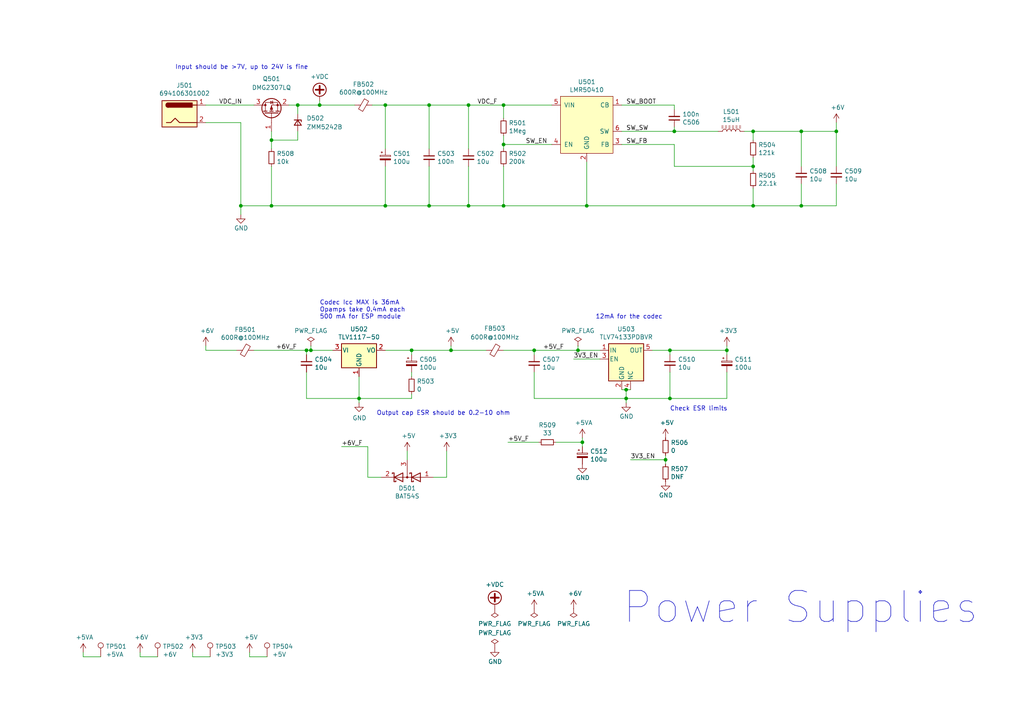
<source format=kicad_sch>
(kicad_sch (version 20210621) (generator eeschema)
  (paper "A4")
  (lib_symbols
    (symbol "Connector:Barrel_Jack" (pin_names (offset 1.016))
      (property "Reference" "J" (at 0 5.334 0))
      (property "Value" "Barrel_Jack" (at 0 -5.08 0))
      (symbol "Barrel_Jack_0_1"
        (arc (start -3.302 3.175) (end -3.302 1.905) (radius (at -3.302 2.54) (length 0.635) (angles 90.1 -90.1)) (stroke (width 0.254)))
        (arc (start -3.302 3.175) (end -3.302 1.905) (radius (at -3.302 2.54) (length 0.635) (angles 90.1 -90.1)) (stroke (width 0.254)) (fill (type outline)))
        (rectangle (start 3.683 3.175) (end -3.302 1.905) (stroke (width 0.254)) (fill (type outline)))
        (rectangle (start -5.08 3.81) (end 5.08 -3.81) (stroke (width 0.254)) (fill (type background)))
        (polyline (pts (xy 5.08 2.54) (xy 3.81 2.54)) (stroke (width 0.254)))
        (polyline (pts (xy -3.81 -2.54) (xy -2.54 -2.54) (xy -1.27 -1.27) (xy 0 -2.54) (xy 2.54 -2.54) (xy 5.08 -2.54)) (stroke (width 0.254)))
      )
      (symbol "Barrel_Jack_1_1"
        (pin passive line (at 7.62 2.54 180) (length 2.54) (name "~") (number "1"))
        (pin passive line (at 7.62 -2.54 180) (length 2.54) (name "~") (number "2"))
      )
    )
    (symbol "Connector:TestPoint" (pin_numbers hide) (pin_names (offset 0.762) hide)
      (property "Reference" "TP" (at 0 6.858 0))
      (property "Value" "TestPoint" (at 0 5.08 0))
      (symbol "TestPoint_0_1"
        (circle (center 0 3.302) (radius 0.762))
      )
      (symbol "TestPoint_1_1"
        (pin passive line (at 0 0 90) (length 2.54) (name "1") (number "1"))
      )
    )
    (symbol "Device:CP_Small" (pin_numbers hide) (pin_names (offset 0.254) hide)
      (property "Reference" "C" (at 0.254 1.778 0))
      (property "Value" "CP_Small" (at 0.254 -2.032 0))
      (symbol "CP_Small_0_1"
        (rectangle (start -1.524 0.6858) (end 1.524 0.3048))
        (rectangle (start -1.524 -0.3048) (end 1.524 -0.6858) (fill (type outline)))
        (polyline (pts (xy -1.27 1.524) (xy -0.762 1.524)))
        (polyline (pts (xy -1.016 1.27) (xy -1.016 1.778)))
      )
      (symbol "CP_Small_1_1"
        (pin passive line (at 0 2.54 270) (length 1.8542) (name "~") (number "1"))
        (pin passive line (at 0 -2.54 90) (length 1.8542) (name "~") (number "2"))
      )
    )
    (symbol "Device:C_Small" (pin_numbers hide) (pin_names (offset 0.254) hide)
      (property "Reference" "C" (at 0.254 1.778 0))
      (property "Value" "C_Small" (at 0.254 -2.032 0))
      (symbol "C_Small_0_1"
        (polyline (pts (xy -1.524 -0.508) (xy 1.524 -0.508)) (stroke (width 0.3302)))
        (polyline (pts (xy -1.524 0.508) (xy 1.524 0.508)) (stroke (width 0.3048)))
      )
      (symbol "C_Small_1_1"
        (pin passive line (at 0 2.54 270) (length 2.032) (name "~") (number "1"))
        (pin passive line (at 0 -2.54 90) (length 2.032) (name "~") (number "2"))
      )
    )
    (symbol "Device:D_Schottky_x2_Serial_AKC" (pin_names (offset 0.762) hide)
      (property "Reference" "D" (at 1.27 -2.54 0))
      (property "Value" "D_Schottky_x2_Serial_AKC" (at 0 2.54 0))
      (symbol "D_Schottky_x2_Serial_AKC_0_1"
        (circle (center 0 0) (radius 0.254) (fill (type outline)))
        (polyline (pts (xy -3.81 0) (xy 3.81 0)))
        (polyline (pts (xy 0 0) (xy 0 -2.54)))
        (polyline (pts (xy 6.35 0) (xy 7.62 0)))
        (polyline (pts (xy -1.27 -1.27) (xy -1.27 1.27) (xy -1.27 1.27)) (stroke (width 0.254)))
        (polyline (pts (xy 3.81 1.27) (xy 3.81 -1.27) (xy 3.81 -1.27)) (stroke (width 0.254)))
        (polyline (pts (xy -1.27 -1.27) (xy -0.762 -1.27) (xy -0.762 -1.016) (xy -0.762 -1.016)) (stroke (width 0.254)))
        (polyline (pts (xy 3.81 -1.27) (xy 4.318 -1.27) (xy 4.318 -1.016) (xy 4.318 -1.016)) (stroke (width 0.254)))
        (polyline (pts (xy 3.81 1.27) (xy 3.302 1.27) (xy 3.302 1.016) (xy 3.302 1.016)) (stroke (width 0.254)))
        (polyline (pts (xy -1.778 1.016) (xy -1.778 1.27) (xy -1.27 1.27) (xy -1.27 1.27) (xy -1.27 1.27)) (stroke (width 0.254)))
        (polyline (pts (xy -3.81 1.27) (xy -1.27 0) (xy -3.81 -1.27) (xy -3.81 1.27) (xy -3.81 1.27) (xy -3.81 1.27)) (stroke (width 0.254)))
        (polyline (pts (xy 1.27 1.27) (xy 3.81 0) (xy 1.27 -1.27) (xy 1.27 1.27) (xy 1.27 1.27) (xy 1.27 1.27)) (stroke (width 0.254)))
        (pin passive line (at -7.62 0 0) (length 3.81) (name "A") (number "1"))
        (pin passive line (at 7.62 0 180) (length 3.81) (name "K") (number "2"))
        (pin passive line (at 0 -5.08 90) (length 2.54) (name "common") (number "3"))
      )
    )
    (symbol "Device:D_Zener_Small" (pin_numbers hide) (pin_names (offset 0.254) hide)
      (property "Reference" "D" (at 0 2.286 0))
      (property "Value" "D_Zener_Small" (at 0 -2.286 0))
      (symbol "D_Zener_Small_0_1"
        (polyline (pts (xy 0.762 0) (xy -0.762 0)))
        (polyline (pts (xy -0.254 1.016) (xy -0.762 1.016) (xy -0.762 -1.016)) (stroke (width 0.254)))
        (polyline (pts (xy 0.762 1.016) (xy -0.762 0) (xy 0.762 -1.016) (xy 0.762 1.016)) (stroke (width 0.254)))
      )
      (symbol "D_Zener_Small_1_1"
        (pin passive line (at -2.54 0 0) (length 1.778) (name "K") (number "1"))
        (pin passive line (at 2.54 0 180) (length 1.778) (name "A") (number "2"))
      )
    )
    (symbol "Device:Ferrite_Bead_Small" (pin_numbers hide) (pin_names (offset 0))
      (property "Reference" "FB" (at 1.905 1.27 0))
      (property "Value" "Ferrite_Bead_Small" (at 1.905 -1.27 0))
      (symbol "Ferrite_Bead_Small_0_1"
        (polyline (pts (xy 0 -1.27) (xy 0 -0.7874)))
        (polyline (pts (xy 0 0.889) (xy 0 1.2954)))
        (polyline (pts (xy -1.8288 0.2794) (xy -1.1176 1.4986) (xy 1.8288 -0.2032) (xy 1.1176 -1.4224) (xy -1.8288 0.2794)))
      )
      (symbol "Ferrite_Bead_Small_1_1"
        (pin passive line (at 0 2.54 270) (length 1.27) (name "~") (number "1"))
        (pin passive line (at 0 -2.54 90) (length 1.27) (name "~") (number "2"))
      )
    )
    (symbol "Device:L_Core_Ferrite" (pin_numbers hide) (pin_names (offset 1.016) hide)
      (property "Reference" "L" (at -1.27 0 90))
      (property "Value" "L_Core_Ferrite" (at 2.794 0 90))
      (symbol "L_Core_Ferrite_0_1"
        (arc (start 0 -2.54) (end 0 -1.27) (radius (at 0 -1.905) (length 0.635) (angles -89.9 89.9)))
        (arc (start 0 -1.27) (end 0 0) (radius (at 0 -0.635) (length 0.635) (angles -89.9 89.9)))
        (arc (start 0 0) (end 0 1.27) (radius (at 0 0.635) (length 0.635) (angles -89.9 89.9)))
        (arc (start 0 1.27) (end 0 2.54) (radius (at 0 1.905) (length 0.635) (angles -89.9 89.9)))
        (polyline (pts (xy 1.016 -2.794) (xy 1.016 -2.286)))
        (polyline (pts (xy 1.016 -1.778) (xy 1.016 -1.27)))
        (polyline (pts (xy 1.016 -0.762) (xy 1.016 -0.254)))
        (polyline (pts (xy 1.016 0.254) (xy 1.016 0.762)))
        (polyline (pts (xy 1.016 1.27) (xy 1.016 1.778)))
        (polyline (pts (xy 1.016 2.286) (xy 1.016 2.794)))
        (polyline (pts (xy 1.524 -2.286) (xy 1.524 -2.794)))
        (polyline (pts (xy 1.524 -1.27) (xy 1.524 -1.778)))
        (polyline (pts (xy 1.524 -0.254) (xy 1.524 -0.762)))
        (polyline (pts (xy 1.524 0.762) (xy 1.524 0.254)))
        (polyline (pts (xy 1.524 1.778) (xy 1.524 1.27)))
        (polyline (pts (xy 1.524 2.794) (xy 1.524 2.286)))
      )
      (symbol "L_Core_Ferrite_1_1"
        (pin passive line (at 0 3.81 270) (length 1.27) (name "1") (number "1"))
        (pin passive line (at 0 -3.81 90) (length 1.27) (name "2") (number "2"))
      )
    )
    (symbol "Device:Q_PMOS_GSD" (pin_names (offset 0) hide)
      (property "Reference" "Q" (at 5.08 1.27 0))
      (property "Value" "Q_PMOS_GSD" (at 5.08 -1.27 0))
      (symbol "Q_PMOS_GSD_0_1"
        (circle (center 1.651 0) (radius 2.794) (stroke (width 0.254)))
        (circle (center 2.54 -1.778) (radius 0.254) (fill (type outline)))
        (circle (center 2.54 1.778) (radius 0.254) (fill (type outline)))
        (polyline (pts (xy 0.254 0) (xy -2.54 0)))
        (polyline (pts (xy 0.254 1.905) (xy 0.254 -1.905)) (stroke (width 0.254)))
        (polyline (pts (xy 0.762 -1.27) (xy 0.762 -2.286)) (stroke (width 0.254)))
        (polyline (pts (xy 0.762 0.508) (xy 0.762 -0.508)) (stroke (width 0.254)))
        (polyline (pts (xy 0.762 2.286) (xy 0.762 1.27)) (stroke (width 0.254)))
        (polyline (pts (xy 2.54 2.54) (xy 2.54 1.778)))
        (polyline (pts (xy 2.54 -2.54) (xy 2.54 0) (xy 0.762 0)))
        (polyline (pts (xy 0.762 1.778) (xy 3.302 1.778) (xy 3.302 -1.778) (xy 0.762 -1.778)))
        (polyline (pts (xy 2.794 -0.508) (xy 2.921 -0.381) (xy 3.683 -0.381) (xy 3.81 -0.254)))
        (polyline (pts (xy 3.302 -0.381) (xy 2.921 0.254) (xy 3.683 0.254) (xy 3.302 -0.381)))
        (polyline (pts (xy 2.286 0) (xy 1.27 0.381) (xy 1.27 -0.381) (xy 2.286 0)) (fill (type outline)))
      )
      (symbol "Q_PMOS_GSD_1_1"
        (pin input line (at -5.08 0 0) (length 2.54) (name "G") (number "1"))
        (pin passive line (at 2.54 -5.08 90) (length 2.54) (name "S") (number "2"))
        (pin passive line (at 2.54 5.08 270) (length 2.54) (name "D") (number "3"))
      )
    )
    (symbol "Device:R_Small" (pin_numbers hide) (pin_names (offset 0.254) hide)
      (property "Reference" "R" (at 0.762 0.508 0))
      (property "Value" "R_Small" (at 0.762 -1.016 0))
      (symbol "R_Small_0_1"
        (rectangle (start -0.762 1.778) (end 0.762 -1.778) (stroke (width 0.2032)))
      )
      (symbol "R_Small_1_1"
        (pin passive line (at 0 2.54 270) (length 0.762) (name "~") (number "1"))
        (pin passive line (at 0 -2.54 90) (length 0.762) (name "~") (number "2"))
      )
    )
    (symbol "Regulator_Linear:TLV1117-50" (pin_names (offset 0.254))
      (property "Reference" "U" (at -3.81 3.175 0))
      (property "Value" "TLV1117-50" (at 0 3.175 0))
      (symbol "TLV1117-50_0_1"
        (rectangle (start -5.08 -5.08) (end 5.08 1.905) (stroke (width 0.254)) (fill (type background)))
      )
      (symbol "TLV1117-50_1_1"
        (pin power_in line (at 0 -7.62 90) (length 2.54) (name "GND") (number "1"))
        (pin power_out line (at 7.62 0 180) (length 2.54) (name "VO") (number "2"))
        (pin power_in line (at -7.62 0 0) (length 2.54) (name "VI") (number "3"))
      )
    )
    (symbol "power:+3V3" (power) (pin_names (offset 0))
      (property "Value" "+3V3" (at 0 3.556 0))
      (symbol "+3V3_0_1"
        (polyline (pts (xy -0.762 1.27) (xy 0 2.54)))
        (polyline (pts (xy 0 0) (xy 0 2.54)))
        (polyline (pts (xy 0 2.54) (xy 0.762 1.27)))
      )
      (symbol "+3V3_1_1"
        (pin power_in line (at 0 0 90) (length 0) hide (name "+3V3") (number "1"))
      )
    )
    (symbol "power:+5V" (power) (pin_names (offset 0))
      (property "Value" "+5V" (at 0 3.556 0))
      (symbol "+5V_0_1"
        (polyline (pts (xy -0.762 1.27) (xy 0 2.54)))
        (polyline (pts (xy 0 0) (xy 0 2.54)))
        (polyline (pts (xy 0 2.54) (xy 0.762 1.27)))
      )
      (symbol "+5V_1_1"
        (pin power_in line (at 0 0 90) (length 0) hide (name "+5V") (number "1"))
      )
    )
    (symbol "power:+5VA" (power) (pin_names (offset 0))
      (property "Value" "+5VA" (at 0 3.556 0))
      (symbol "+5VA_0_1"
        (polyline (pts (xy -0.762 1.27) (xy 0 2.54)))
        (polyline (pts (xy 0 0) (xy 0 2.54)))
        (polyline (pts (xy 0 2.54) (xy 0.762 1.27)))
      )
      (symbol "+5VA_1_1"
        (pin power_in line (at 0 0 90) (length 0) hide (name "+5VA") (number "1"))
      )
    )
    (symbol "power:+6V" (power) (pin_names (offset 0))
      (property "Value" "+6V" (at 0 3.556 0))
      (symbol "+6V_0_1"
        (polyline (pts (xy -0.762 1.27) (xy 0 2.54)))
        (polyline (pts (xy 0 0) (xy 0 2.54)))
        (polyline (pts (xy 0 2.54) (xy 0.762 1.27)))
      )
      (symbol "+6V_1_1"
        (pin power_in line (at 0 0 90) (length 0) hide (name "+6V") (number "1"))
      )
    )
    (symbol "power:+VDC" (power) (pin_names (offset 0))
      (property "Value" "+VDC" (at 0 6.35 0))
      (symbol "+VDC_0_1"
        (circle (center 0 3.175) (radius 1.905) (stroke (width 0.254)))
        (polyline (pts (xy -1.143 3.175) (xy 1.143 3.175)) (stroke (width 0.508)))
        (polyline (pts (xy 0 0) (xy 0 1.27)))
        (polyline (pts (xy 0 2.032) (xy 0 4.318)) (stroke (width 0.508)))
      )
      (symbol "+VDC_1_1"
        (pin power_in line (at 0 0 90) (length 0) hide (name "+VDC") (number "1"))
      )
    )
    (symbol "power:GND" (power) (pin_names (offset 0))
      (property "Value" "GND" (at 0 -3.81 0))
      (symbol "GND_0_1"
        (polyline (pts (xy 0 0) (xy 0 -1.27) (xy 1.27 -1.27) (xy 0 -2.54) (xy -1.27 -1.27) (xy 0 -1.27)))
      )
      (symbol "GND_1_1"
        (pin power_in line (at 0 0 270) (length 0) hide (name "GND") (number "1"))
      )
    )
    (symbol "power:PWR_FLAG" (power) (pin_numbers hide) (pin_names (offset 0) hide)
      (property "Value" "PWR_FLAG" (at 0 3.81 0))
      (symbol "PWR_FLAG_0_0"
        (pin power_out line (at 0 0 90) (length 0) (name "pwr") (number "1"))
      )
      (symbol "PWR_FLAG_0_1"
        (polyline (pts (xy 0 0) (xy 0 1.27) (xy -1.016 1.905) (xy 0 2.54) (xy 1.016 1.905) (xy 0 1.27)))
      )
    )
    (symbol "symbols:LMR50410" (pin_names (offset 1.016))
      (property "Reference" "U" (at -3.81 11.43 0))
      (property "Value" "LMR50410" (at 5.08 11.43 0))
      (symbol "LMR50410_0_0"
        (pin passive line (at 10.16 7.62 180) (length 2.54) (name "CB") (number "1"))
        (pin power_in line (at 0 -8.89 90) (length 2.54) (name "GND") (number "2"))
        (pin input line (at 10.16 -3.81 180) (length 2.54) (name "FB") (number "3"))
        (pin input line (at -10.16 -3.81 0) (length 2.54) (name "EN") (number "4"))
        (pin power_in line (at -10.16 7.62 0) (length 2.54) (name "VIN") (number "5"))
        (pin power_out line (at 10.16 0 180) (length 2.54) (name "SW") (number "6"))
      )
      (symbol "LMR50410_0_1"
        (rectangle (start -7.62 10.16) (end 7.62 -6.35) (fill (type background)))
      )
    )
    (symbol "symbols:TLV741xxPDBVR" (pin_names (offset 0.254))
      (property "Reference" "U" (at -3.81 3.175 0))
      (property "Value" "TLV741xxPDBVR" (at 0 3.175 0))
      (symbol "TLV741xxPDBVR_0_0"
        (pin input line (at -7.62 -2.54 0) (length 2.54) (name "EN") (number "3"))
        (pin passive line (at 1.27 -11.43 90) (length 2.54) (name "NC") (number "4"))
      )
      (symbol "TLV741xxPDBVR_0_1"
        (rectangle (start -5.08 -8.89) (end 5.08 1.905) (stroke (width 0.254)) (fill (type background)))
      )
      (symbol "TLV741xxPDBVR_1_1"
        (pin power_in line (at -7.62 0 0) (length 2.54) (name "IN") (number "1"))
        (pin power_in line (at -1.27 -11.43 90) (length 2.54) (name "GND") (number "2"))
        (pin power_out line (at 7.62 0 180) (length 2.54) (name "OUT") (number "5"))
      )
    )
  )
  (junction (at 69.85 59.69))
  (junction (at 78.74 40.64))
  (junction (at 78.74 59.69))
  (junction (at 86.36 30.48))
  (junction (at 88.9 101.6) (diameter 0.9144))
  (junction (at 90.17 101.6) (diameter 0.9144))
  (junction (at 92.71 30.48))
  (junction (at 104.14 115.57) (diameter 0.9144))
  (junction (at 111.76 30.48))
  (junction (at 111.76 59.69))
  (junction (at 119.38 101.6) (diameter 0.9144))
  (junction (at 124.46 30.48) (diameter 0.9144))
  (junction (at 124.46 59.69))
  (junction (at 130.81 101.6) (diameter 0.9144))
  (junction (at 135.89 30.48))
  (junction (at 135.89 59.69))
  (junction (at 146.05 30.48) (diameter 0.9144))
  (junction (at 146.05 41.91) (diameter 0.9144))
  (junction (at 146.05 59.69) (diameter 0.9144))
  (junction (at 154.94 101.6) (diameter 0.9144))
  (junction (at 167.64 101.6) (diameter 0.9144))
  (junction (at 168.91 128.27))
  (junction (at 170.18 59.69) (diameter 0.9144))
  (junction (at 181.61 113.03) (diameter 0.9144))
  (junction (at 181.61 115.57) (diameter 0.9144))
  (junction (at 193.04 133.35) (diameter 0.9144))
  (junction (at 194.31 101.6) (diameter 0.9144))
  (junction (at 194.31 115.57) (diameter 0.9144))
  (junction (at 195.58 38.1) (diameter 0.9144))
  (junction (at 210.82 101.6) (diameter 0.9144))
  (junction (at 218.44 38.1) (diameter 0.9144))
  (junction (at 218.44 48.26) (diameter 0.9144))
  (junction (at 218.44 59.69) (diameter 0.9144))
  (junction (at 232.41 38.1) (diameter 0.9144))
  (junction (at 232.41 59.69) (diameter 0.9144))
  (junction (at 242.57 38.1) (diameter 0.9144))
  (wire (pts (xy 24.13 190.5) (xy 24.13 189.23)))
  (wire (pts (xy 24.13 190.5) (xy 29.21 190.5)))
  (wire (pts (xy 40.64 189.23) (xy 40.64 190.5)))
  (wire (pts (xy 40.64 190.5) (xy 45.72 190.5)))
  (wire (pts (xy 55.88 190.5) (xy 55.88 189.23)))
  (wire (pts (xy 59.69 30.48) (xy 73.66 30.48)))
  (wire (pts (xy 59.69 35.56) (xy 69.85 35.56)))
  (wire (pts (xy 59.69 101.6) (xy 59.69 100.33)))
  (wire (pts (xy 60.96 190.5) (xy 55.88 190.5)))
  (wire (pts (xy 68.58 101.6) (xy 59.69 101.6)))
  (wire (pts (xy 69.85 35.56) (xy 69.85 59.69)))
  (wire (pts (xy 69.85 59.69) (xy 69.85 62.23)))
  (wire (pts (xy 69.85 59.69) (xy 78.74 59.69)))
  (wire (pts (xy 72.39 189.23) (xy 72.39 190.5)))
  (wire (pts (xy 72.39 190.5) (xy 77.47 190.5)))
  (wire (pts (xy 73.66 101.6) (xy 88.9 101.6)))
  (wire (pts (xy 78.74 38.1) (xy 78.74 40.64)))
  (wire (pts (xy 78.74 40.64) (xy 78.74 43.18)))
  (wire (pts (xy 78.74 40.64) (xy 86.36 40.64)))
  (wire (pts (xy 78.74 48.26) (xy 78.74 59.69)))
  (wire (pts (xy 78.74 59.69) (xy 111.76 59.69)))
  (wire (pts (xy 83.82 30.48) (xy 86.36 30.48)))
  (wire (pts (xy 86.36 30.48) (xy 92.71 30.48)))
  (wire (pts (xy 86.36 33.02) (xy 86.36 30.48)))
  (wire (pts (xy 86.36 38.1) (xy 86.36 40.64)))
  (wire (pts (xy 88.9 101.6) (xy 88.9 102.87)))
  (wire (pts (xy 88.9 101.6) (xy 90.17 101.6)))
  (wire (pts (xy 88.9 115.57) (xy 88.9 107.95)))
  (wire (pts (xy 90.17 100.33) (xy 90.17 101.6)))
  (wire (pts (xy 92.71 30.48) (xy 92.71 29.21)))
  (wire (pts (xy 92.71 30.48) (xy 102.87 30.48)))
  (wire (pts (xy 96.52 101.6) (xy 90.17 101.6)))
  (wire (pts (xy 99.06 129.54) (xy 106.68 129.54)))
  (wire (pts (xy 104.14 109.22) (xy 104.14 115.57)))
  (wire (pts (xy 104.14 115.57) (xy 88.9 115.57)))
  (wire (pts (xy 104.14 115.57) (xy 104.14 116.84)))
  (wire (pts (xy 106.68 129.54) (xy 106.68 138.43)))
  (wire (pts (xy 107.95 30.48) (xy 111.76 30.48)))
  (wire (pts (xy 110.49 138.43) (xy 106.68 138.43)))
  (wire (pts (xy 111.76 30.48) (xy 124.46 30.48)))
  (wire (pts (xy 111.76 43.18) (xy 111.76 30.48)))
  (wire (pts (xy 111.76 48.26) (xy 111.76 59.69)))
  (wire (pts (xy 111.76 59.69) (xy 124.46 59.69)))
  (wire (pts (xy 111.76 101.6) (xy 119.38 101.6)))
  (wire (pts (xy 118.11 133.35) (xy 118.11 130.81)))
  (wire (pts (xy 119.38 101.6) (xy 130.81 101.6)))
  (wire (pts (xy 119.38 102.87) (xy 119.38 101.6)))
  (wire (pts (xy 119.38 109.22) (xy 119.38 107.95)))
  (wire (pts (xy 119.38 114.3) (xy 119.38 115.57)))
  (wire (pts (xy 119.38 115.57) (xy 104.14 115.57)))
  (wire (pts (xy 124.46 30.48) (xy 135.89 30.48)))
  (wire (pts (xy 124.46 43.18) (xy 124.46 30.48)))
  (wire (pts (xy 124.46 59.69) (xy 124.46 48.26)))
  (wire (pts (xy 124.46 59.69) (xy 135.89 59.69)))
  (wire (pts (xy 125.73 138.43) (xy 129.54 138.43)))
  (wire (pts (xy 129.54 138.43) (xy 129.54 130.81)))
  (wire (pts (xy 130.81 100.33) (xy 130.81 101.6)))
  (wire (pts (xy 130.81 101.6) (xy 140.97 101.6)))
  (wire (pts (xy 135.89 30.48) (xy 146.05 30.48)))
  (wire (pts (xy 135.89 43.18) (xy 135.89 30.48)))
  (wire (pts (xy 135.89 59.69) (xy 135.89 48.26)))
  (wire (pts (xy 135.89 59.69) (xy 146.05 59.69)))
  (wire (pts (xy 146.05 30.48) (xy 146.05 34.29)))
  (wire (pts (xy 146.05 30.48) (xy 160.02 30.48)))
  (wire (pts (xy 146.05 41.91) (xy 146.05 39.37)))
  (wire (pts (xy 146.05 41.91) (xy 160.02 41.91)))
  (wire (pts (xy 146.05 43.18) (xy 146.05 41.91)))
  (wire (pts (xy 146.05 48.26) (xy 146.05 59.69)))
  (wire (pts (xy 146.05 59.69) (xy 170.18 59.69)))
  (wire (pts (xy 146.05 101.6) (xy 154.94 101.6)))
  (wire (pts (xy 154.94 101.6) (xy 167.64 101.6)))
  (wire (pts (xy 154.94 102.87) (xy 154.94 101.6)))
  (wire (pts (xy 154.94 115.57) (xy 154.94 107.95)))
  (wire (pts (xy 156.21 128.27) (xy 147.32 128.27)))
  (wire (pts (xy 166.37 104.14) (xy 173.99 104.14)))
  (wire (pts (xy 167.64 100.33) (xy 167.64 101.6)))
  (wire (pts (xy 167.64 101.6) (xy 173.99 101.6)))
  (wire (pts (xy 168.91 127) (xy 168.91 128.27)))
  (wire (pts (xy 168.91 128.27) (xy 161.29 128.27)))
  (wire (pts (xy 168.91 128.27) (xy 168.91 129.54)))
  (wire (pts (xy 170.18 46.99) (xy 170.18 59.69)))
  (wire (pts (xy 180.34 38.1) (xy 195.58 38.1)))
  (wire (pts (xy 180.34 41.91) (xy 195.58 41.91)))
  (wire (pts (xy 181.61 113.03) (xy 180.34 113.03)))
  (wire (pts (xy 181.61 115.57) (xy 154.94 115.57)))
  (wire (pts (xy 181.61 115.57) (xy 181.61 113.03)))
  (wire (pts (xy 181.61 116.84) (xy 181.61 115.57)))
  (wire (pts (xy 182.88 113.03) (xy 181.61 113.03)))
  (wire (pts (xy 189.23 101.6) (xy 194.31 101.6)))
  (wire (pts (xy 193.04 132.08) (xy 193.04 133.35)))
  (wire (pts (xy 193.04 133.35) (xy 182.88 133.35)))
  (wire (pts (xy 193.04 133.35) (xy 193.04 134.62)))
  (wire (pts (xy 194.31 101.6) (xy 210.82 101.6)))
  (wire (pts (xy 194.31 102.87) (xy 194.31 101.6)))
  (wire (pts (xy 194.31 107.95) (xy 194.31 115.57)))
  (wire (pts (xy 194.31 115.57) (xy 181.61 115.57)))
  (wire (pts (xy 195.58 30.48) (xy 180.34 30.48)))
  (wire (pts (xy 195.58 31.75) (xy 195.58 30.48)))
  (wire (pts (xy 195.58 38.1) (xy 195.58 36.83)))
  (wire (pts (xy 195.58 38.1) (xy 208.28 38.1)))
  (wire (pts (xy 195.58 48.26) (xy 195.58 41.91)))
  (wire (pts (xy 195.58 48.26) (xy 218.44 48.26)))
  (wire (pts (xy 210.82 101.6) (xy 210.82 100.33)))
  (wire (pts (xy 210.82 102.87) (xy 210.82 101.6)))
  (wire (pts (xy 210.82 107.95) (xy 210.82 115.57)))
  (wire (pts (xy 210.82 115.57) (xy 194.31 115.57)))
  (wire (pts (xy 218.44 38.1) (xy 215.9 38.1)))
  (wire (pts (xy 218.44 40.64) (xy 218.44 38.1)))
  (wire (pts (xy 218.44 48.26) (xy 218.44 45.72)))
  (wire (pts (xy 218.44 49.53) (xy 218.44 48.26)))
  (wire (pts (xy 218.44 59.69) (xy 170.18 59.69)))
  (wire (pts (xy 218.44 59.69) (xy 218.44 54.61)))
  (wire (pts (xy 232.41 38.1) (xy 218.44 38.1)))
  (wire (pts (xy 232.41 38.1) (xy 242.57 38.1)))
  (wire (pts (xy 232.41 48.26) (xy 232.41 38.1)))
  (wire (pts (xy 232.41 53.34) (xy 232.41 59.69)))
  (wire (pts (xy 232.41 59.69) (xy 218.44 59.69)))
  (wire (pts (xy 232.41 59.69) (xy 242.57 59.69)))
  (wire (pts (xy 242.57 35.56) (xy 242.57 38.1)))
  (wire (pts (xy 242.57 38.1) (xy 242.57 48.26)))
  (wire (pts (xy 242.57 59.69) (xy 242.57 53.34)))
  (text "Input should be >7V, up to 24V is fine" (at 50.8 20.32 0) (effects (font (size 1.27 1.27)) (justify left bottom)))
  (text "Codec Icc MAX is 36mA\nOpamps take 0.4mA each\n500 mA for ESP module" (at 92.71 92.71 0) (effects (font (size 1.27 1.27)) (justify left bottom)))
  (text "Output cap ESR should be 0.2-10 ohm" (at 109.22 120.65 0) (effects (font (size 1.27 1.27)) (justify left bottom)))
  (text "12mA for the codec" (at 172.72 92.71 0) (effects (font (size 1.27 1.27)) (justify left bottom)))
  (text "Power Supplies" (at 180.34 181.61 0) (effects (font (size 8.9916 8.9916)) (justify left bottom)))
  (text "Check ESR limits\n" (at 194.31 119.38 0) (effects (font (size 1.27 1.27)) (justify left bottom)))
  (label "VDC_IN" (at 63.5 30.48 0))
  (label "+6V_F" (at 80.01 101.6 0))
  (label "+6V_F" (at 99.06 129.54 0))
  (label "VDC_F" (at 138.43 30.48 0))
  (label "+5V_F" (at 147.32 128.27 0))
  (label "+5V_F" (at 157.48 101.6 0))
  (label "SW_EN" (at 158.75 41.91 180))
  (label "3V3_EN" (at 166.37 104.14 0))
  (label "SW_BOOT" (at 181.61 30.48 0))
  (label "SW_SW" (at 181.61 38.1 0))
  (label "SW_FB" (at 181.61 41.91 0))
  (label "3V3_EN" (at 182.88 133.35 0))
  (symbol (lib_id "power:+5VA") (at 24.13 189.23 0) (unit 1)
    (property "Reference" "#PWR0521" (effects hide))
    (property "Value" "+5VA" (at 24.511 184.8358 0))
  )
  (symbol (lib_id "power:+6V") (at 40.64 189.23 0) (unit 1)
    (property "Reference" "#PWR0523" (effects hide))
    (property "Value" "+6V" (at 41.021 184.8358 0))
  )
  (symbol (lib_id "power:+3V3") (at 55.88 189.23 0) (unit 1)
    (property "Reference" "#PWR0524" (effects hide))
    (property "Value" "+3V3" (at 56.261 184.8358 0))
  )
  (symbol (lib_id "power:+6V") (at 59.69 100.33 0) (unit 1)
    (property "Reference" "#PWR0508" (effects hide))
    (property "Value" "+6V" (at 60.071 95.9358 0))
  )
  (symbol (lib_id "power:+5V") (at 72.39 189.23 0) (unit 1)
    (property "Reference" "#PWR0525" (effects hide))
    (property "Value" "+5V" (at 72.771 184.8358 0))
  )
  (symbol (lib_id "power:+5V") (at 118.11 130.81 0) (unit 1)
    (property "Reference" "#PWR0101" (effects hide))
    (property "Value" "+5V" (at 118.491 126.4158 0))
  )
  (symbol (lib_id "power:+3V3") (at 129.54 130.81 0) (unit 1)
    (property "Reference" "#PWR0513" (effects hide))
    (property "Value" "+3V3" (at 129.921 126.4158 0))
  )
  (symbol (lib_id "power:+5V") (at 130.81 100.33 0) (unit 1)
    (property "Reference" "#PWR0515" (effects hide))
    (property "Value" "+5V" (at 131.191 95.9358 0))
  )
  (symbol (lib_id "power:+5VA") (at 154.94 176.53 0) (unit 1)
    (property "Reference" "#PWR0507" (effects hide))
    (property "Value" "+5VA" (at 155.321 172.1358 0))
  )
  (symbol (lib_id "power:+6V") (at 166.37 176.53 0) (unit 1)
    (property "Reference" "#PWR0509" (effects hide))
    (property "Value" "+6V" (at 166.751 172.1358 0))
  )
  (symbol (lib_id "power:+5VA") (at 168.91 127 0) (unit 1)
    (property "Reference" "#PWR0516" (effects hide))
    (property "Value" "+5VA" (at 169.291 122.6058 0))
  )
  (symbol (lib_id "power:+5V") (at 193.04 127 0) (unit 1)
    (property "Reference" "#PWR0517" (effects hide))
    (property "Value" "+5V" (at 193.421 122.6058 0))
  )
  (symbol (lib_id "power:+3V3") (at 210.82 100.33 0) (unit 1)
    (property "Reference" "#PWR0522" (effects hide))
    (property "Value" "+3V3" (at 211.201 95.9358 0))
  )
  (symbol (lib_id "power:+6V") (at 242.57 35.56 0) (unit 1)
    (property "Reference" "#PWR0519" (effects hide))
    (property "Value" "+6V" (at 242.951 31.1658 0))
  )
  (symbol (lib_id "power:PWR_FLAG") (at 90.17 100.33 0) (unit 1)
    (property "Reference" "#FLG0505" (effects hide))
    (property "Value" "PWR_FLAG" (at 90.17 95.9358 0))
  )
  (symbol (lib_id "power:PWR_FLAG") (at 143.51 176.53 180) (unit 1)
    (property "Reference" "#FLG0501" (effects hide))
    (property "Value" "PWR_FLAG" (at 143.51 180.9242 0))
  )
  (symbol (lib_id "power:PWR_FLAG") (at 143.51 187.96 0) (unit 1)
    (property "Reference" "#FLG0502" (effects hide))
    (property "Value" "PWR_FLAG" (at 143.51 183.5658 0))
  )
  (symbol (lib_id "power:PWR_FLAG") (at 154.94 176.53 180) (unit 1)
    (property "Reference" "#FLG0503" (effects hide))
    (property "Value" "PWR_FLAG" (at 154.94 180.9242 0))
  )
  (symbol (lib_id "power:PWR_FLAG") (at 166.37 176.53 180) (unit 1)
    (property "Reference" "#FLG0504" (effects hide))
    (property "Value" "PWR_FLAG" (at 166.37 180.9242 0))
  )
  (symbol (lib_id "power:PWR_FLAG") (at 167.64 100.33 0) (unit 1)
    (property "Reference" "#FLG0102" (effects hide))
    (property "Value" "PWR_FLAG" (at 167.64 95.9358 0))
  )
  (symbol (lib_id "Connector:TestPoint") (at 29.21 190.5 0) (unit 1)
    (property "Reference" "TP501" (at 30.6832 187.5028 0) (effects (justify left)))
    (property "Value" "+5VA" (at 30.6832 189.8142 0) (effects (justify left)))
    (property "Footprint" "guitar_dsp_platform:TestPoint_THTPad_D2.0mm_Drill1.0mm" (effects hide))
  )
  (symbol (lib_id "Connector:TestPoint") (at 45.72 190.5 0) (unit 1)
    (property "Reference" "TP502" (at 47.1932 187.5028 0) (effects (justify left)))
    (property "Value" "+6V" (at 47.1932 189.8142 0) (effects (justify left)))
    (property "Footprint" "guitar_dsp_platform:TestPoint_THTPad_D2.0mm_Drill1.0mm" (effects hide))
  )
  (symbol (lib_id "Connector:TestPoint") (at 60.96 190.5 0) (unit 1)
    (property "Reference" "TP503" (at 62.4332 187.5028 0) (effects (justify left)))
    (property "Value" "+3V3" (at 62.4332 189.8142 0) (effects (justify left)))
    (property "Footprint" "guitar_dsp_platform:TestPoint_THTPad_D2.0mm_Drill1.0mm" (effects hide))
  )
  (symbol (lib_id "Connector:TestPoint") (at 77.47 190.5 0) (unit 1)
    (property "Reference" "TP504" (at 78.9432 187.5028 0) (effects (justify left)))
    (property "Value" "+5V" (at 78.9432 189.8142 0) (effects (justify left)))
    (property "Footprint" "guitar_dsp_platform:TestPoint_THTPad_D2.0mm_Drill1.0mm" (effects hide))
  )
  (symbol (lib_id "power:GND") (at 69.85 62.23 0) (unit 1)
    (property "Reference" "#PWR0504" (effects hide))
    (property "Value" "GND" (at 69.9516 66.167 0))
  )
  (symbol (lib_id "power:GND") (at 104.14 116.84 0) (unit 1)
    (property "Reference" "#PWR0511" (effects hide))
    (property "Value" "GND" (at 104.267 121.2342 0))
  )
  (symbol (lib_id "power:GND") (at 143.51 187.96 0) (unit 1)
    (property "Reference" "#PWR0502" (effects hide))
    (property "Value" "GND" (at 143.6116 191.897 0))
  )
  (symbol (lib_id "power:GND") (at 168.91 134.62 0) (unit 1)
    (property "Reference" "#PWR0503" (effects hide))
    (property "Value" "GND" (at 169.0116 138.557 0))
  )
  (symbol (lib_id "power:GND") (at 181.61 116.84 0) (unit 1)
    (property "Reference" "#PWR0520" (effects hide))
    (property "Value" "GND" (at 181.7116 120.777 0))
  )
  (symbol (lib_id "power:GND") (at 193.04 139.7 0) (unit 1)
    (property "Reference" "#PWR0518" (effects hide))
    (property "Value" "GND" (at 193.1416 143.637 0))
  )
  (symbol (lib_id "Device:R_Small") (at 78.74 45.72 0) (unit 1)
    (property "Reference" "R508" (at 80.2386 44.5516 0) (effects (justify left)))
    (property "Value" "10k" (at 80.2386 46.863 0) (effects (justify left)))
    (property "Footprint" "Resistor_SMD:R_0805_2012Metric_Pad1.20x1.40mm_HandSolder" (effects hide))
  )
  (symbol (lib_id "Device:R_Small") (at 119.38 111.76 0) (unit 1)
    (property "Reference" "R503" (at 120.8786 110.5916 0) (effects (justify left)))
    (property "Value" "0" (at 120.8786 112.903 0) (effects (justify left)))
    (property "Footprint" "Resistor_SMD:R_0805_2012Metric_Pad1.20x1.40mm_HandSolder" (effects hide))
  )
  (symbol (lib_id "Device:R_Small") (at 146.05 36.83 0) (unit 1)
    (property "Reference" "R501" (at 147.5486 35.6616 0) (effects (justify left)))
    (property "Value" "1Meg" (at 147.5486 37.973 0) (effects (justify left)))
    (property "Footprint" "Resistor_SMD:R_0805_2012Metric_Pad1.20x1.40mm_HandSolder" (effects hide))
  )
  (symbol (lib_id "Device:R_Small") (at 146.05 45.72 0) (unit 1)
    (property "Reference" "R502" (at 147.5486 44.5516 0) (effects (justify left)))
    (property "Value" "200k" (at 147.5486 46.863 0) (effects (justify left)))
    (property "Footprint" "Resistor_SMD:R_0805_2012Metric_Pad1.20x1.40mm_HandSolder" (effects hide))
  )
  (symbol (lib_id "Device:R_Small") (at 158.75 128.27 270) (unit 1)
    (property "Reference" "R509" (at 158.75 123.2916 90))
    (property "Value" "33" (at 158.75 125.603 90))
    (property "Footprint" "Resistor_SMD:R_0805_2012Metric_Pad1.20x1.40mm_HandSolder" (effects hide))
  )
  (symbol (lib_id "Device:R_Small") (at 193.04 129.54 180) (unit 1)
    (property "Reference" "R506" (at 194.5386 128.3716 0) (effects (justify right)))
    (property "Value" "0" (at 194.5386 130.683 0) (effects (justify right)))
    (property "Footprint" "Resistor_SMD:R_0805_2012Metric_Pad1.20x1.40mm_HandSolder" (effects hide))
  )
  (symbol (lib_id "Device:R_Small") (at 193.04 137.16 0) (mirror y) (unit 1)
    (property "Reference" "R507" (at 194.5132 135.9916 0) (effects (justify right)))
    (property "Value" "DNF" (at 194.5132 138.303 0) (effects (justify right)))
    (property "Footprint" "Resistor_SMD:R_0805_2012Metric_Pad1.20x1.40mm_HandSolder" (effects hide))
  )
  (symbol (lib_id "Device:R_Small") (at 218.44 43.18 0) (unit 1)
    (property "Reference" "R504" (at 219.9386 42.0116 0) (effects (justify left)))
    (property "Value" "121k" (at 219.9386 44.323 0) (effects (justify left)))
    (property "Footprint" "Resistor_SMD:R_0805_2012Metric_Pad1.20x1.40mm_HandSolder" (effects hide))
  )
  (symbol (lib_id "Device:R_Small") (at 218.44 52.07 0) (unit 1)
    (property "Reference" "R505" (at 219.9386 50.9016 0) (effects (justify left)))
    (property "Value" "22.1k" (at 219.9386 53.213 0) (effects (justify left)))
    (property "Footprint" "Resistor_SMD:R_0805_2012Metric_Pad1.20x1.40mm_HandSolder" (effects hide))
  )
  (symbol (lib_id "Device:D_Zener_Small") (at 86.36 35.56 270) (unit 1)
    (property "Reference" "D502" (at 88.9 34.2899 90) (effects (justify left)))
    (property "Value" "ZMM5242B" (at 88.9 36.8299 90) (effects (justify left)))
    (property "Footprint" "Diode_SMD:D_MiniMELF" (effects hide))
    (property "Datasheet" "https://www.mouser.co.uk/datasheet/2/345/zmm52xxb-34158.pdf" (effects hide))
    (property "PN" "ZMM5242B" (effects hide))
  )
  (symbol (lib_id "Device:L_Core_Ferrite") (at 212.09 38.1 90) (unit 1)
    (property "Reference" "L501" (at 212.09 32.385 90))
    (property "Value" "15uH" (at 212.09 34.6964 90))
    (property "Footprint" "Inductor_SMD:L_Bourns-SRN8040_8x8.15mm" (effects hide))
    (property "Datasheet" "https://datasheet.octopart.com/NRS8040T150MJGJ-Taiyo-Yuden-datasheet-12503625.pdf" (effects hide))
    (property "PN" "NRS8040T150MJGJ" (effects hide))
  )
  (symbol (lib_id "Device:CP_Small") (at 111.76 45.72 0) (unit 1)
    (property "Reference" "C501" (at 113.9952 44.5516 0) (effects (justify left)))
    (property "Value" "100u" (at 113.9952 46.863 0) (effects (justify left)))
    (property "Footprint" "Capacitor_SMD:CP_Elec_6.3x7.7" (effects hide))
    (property "Datasheet" "https://industrial.panasonic.com/cdbs/www-data/pdf/RDE0000/ABA0000C1181.pdf" (effects hide))
    (property "PN" "EEEFK1E101XP" (effects hide))
  )
  (symbol (lib_id "Device:CP_Small") (at 119.38 105.41 0) (unit 1)
    (property "Reference" "C505" (at 121.6152 104.2416 0) (effects (justify left)))
    (property "Value" "100u" (at 121.6152 106.553 0) (effects (justify left)))
    (property "Footprint" "Capacitor_SMD:CP_Elec_6.3x7.7" (effects hide))
    (property "Datasheet" "https://industrial.panasonic.com/cdbs/www-data/pdf/RDE0000/ABA0000C1181.pdf" (effects hide))
    (property "PN" "EEEFK1E101XP" (effects hide))
  )
  (symbol (lib_id "Device:CP_Small") (at 168.91 132.08 0) (unit 1)
    (property "Reference" "C512" (at 171.1452 130.9116 0) (effects (justify left)))
    (property "Value" "100u" (at 171.1452 133.223 0) (effects (justify left)))
    (property "Footprint" "Capacitor_SMD:CP_Elec_6.3x7.7" (effects hide))
    (property "Datasheet" "https://industrial.panasonic.com/cdbs/www-data/pdf/RDE0000/ABA0000C1181.pdf" (effects hide))
    (property "PN" "EEEFK1E101XP" (effects hide))
  )
  (symbol (lib_id "Device:CP_Small") (at 210.82 105.41 0) (unit 1)
    (property "Reference" "C511" (at 213.0552 104.2416 0) (effects (justify left)))
    (property "Value" "100u" (at 213.0552 106.553 0) (effects (justify left)))
    (property "Footprint" "Capacitor_SMD:CP_Elec_6.3x7.7" (effects hide))
    (property "Datasheet" "https://industrial.panasonic.com/cdbs/www-data/pdf/RDE0000/ABA0000C1181.pdf" (effects hide))
    (property "PN" "EEEFK1E101XP" (effects hide))
  )
  (symbol (lib_id "Device:C_Small") (at 88.9 105.41 0) (unit 1)
    (property "Reference" "C504" (at 91.2368 104.2416 0) (effects (justify left)))
    (property "Value" "10u" (at 91.2368 106.553 0) (effects (justify left)))
    (property "Footprint" "Capacitor_SMD:C_1206_3216Metric_Pad1.33x1.80mm_HandSolder" (effects hide))
    (property "Datasheet" "https://datasheet.octopart.com/GMK316AB7106KL-TR-Taiyo-Yuden-datasheet-65935658.pdf" (effects hide))
    (property "PN" "GMK316AB7106KL-TR" (effects hide))
  )
  (symbol (lib_id "Device:C_Small") (at 124.46 45.72 0) (unit 1)
    (property "Reference" "C503" (at 126.7968 44.5516 0) (effects (justify left)))
    (property "Value" "100n" (at 126.7968 46.863 0) (effects (justify left)))
    (property "Footprint" "Capacitor_SMD:C_0805_2012Metric_Pad1.18x1.45mm_HandSolder" (effects hide))
    (property "Datasheet" "https://www.mouser.co.uk/datasheet/2/212/KEM_C1002_X7R_SMD-1102033.pdf" (effects hide))
    (property "PN" "C0805C104M3RACTU" (effects hide))
  )
  (symbol (lib_id "Device:C_Small") (at 135.89 45.72 0) (unit 1)
    (property "Reference" "C502" (at 138.2268 44.5516 0) (effects (justify left)))
    (property "Value" "10u" (at 138.2268 46.863 0) (effects (justify left)))
    (property "Footprint" "Capacitor_SMD:C_1206_3216Metric_Pad1.33x1.80mm_HandSolder" (effects hide))
    (property "Datasheet" "https://datasheet.octopart.com/GMK316AB7106KL-TR-Taiyo-Yuden-datasheet-65935658.pdf" (effects hide))
    (property "PN" "GMK316AB7106KL-TR" (effects hide))
  )
  (symbol (lib_id "Device:C_Small") (at 154.94 105.41 0) (unit 1)
    (property "Reference" "C507" (at 157.2768 104.2416 0) (effects (justify left)))
    (property "Value" "10u" (at 157.2768 106.553 0) (effects (justify left)))
    (property "Footprint" "Capacitor_SMD:C_1206_3216Metric_Pad1.33x1.80mm_HandSolder" (effects hide))
    (property "Datasheet" "https://datasheet.octopart.com/GMK316AB7106KL-TR-Taiyo-Yuden-datasheet-65935658.pdf" (effects hide))
    (property "PN" "GMK316AB7106KL-TR" (effects hide))
  )
  (symbol (lib_id "Device:C_Small") (at 194.31 105.41 0) (unit 1)
    (property "Reference" "C510" (at 196.6468 104.2416 0) (effects (justify left)))
    (property "Value" "10u" (at 196.6468 106.553 0) (effects (justify left)))
    (property "Footprint" "Capacitor_SMD:C_1206_3216Metric_Pad1.33x1.80mm_HandSolder" (effects hide))
    (property "Datasheet" "https://datasheet.octopart.com/GMK316AB7106KL-TR-Taiyo-Yuden-datasheet-65935658.pdf" (effects hide))
    (property "PN" "GMK316AB7106KL-TR" (effects hide))
  )
  (symbol (lib_id "Device:C_Small") (at 195.58 34.29 0) (mirror x) (unit 1)
    (property "Reference" "C506" (at 197.9168 35.4584 0) (effects (justify left)))
    (property "Value" "100n" (at 197.9168 33.147 0) (effects (justify left)))
    (property "Footprint" "Capacitor_SMD:C_0805_2012Metric_Pad1.18x1.45mm_HandSolder" (effects hide))
    (property "Datasheet" "https://www.mouser.co.uk/datasheet/2/212/KEM_C1002_X7R_SMD-1102033.pdf" (effects hide))
    (property "PN" "C0805C104M3RACTU" (effects hide))
  )
  (symbol (lib_id "Device:C_Small") (at 232.41 50.8 0) (unit 1)
    (property "Reference" "C508" (at 234.7468 49.6316 0) (effects (justify left)))
    (property "Value" "10u" (at 234.7468 51.943 0) (effects (justify left)))
    (property "Footprint" "Capacitor_SMD:C_1206_3216Metric_Pad1.33x1.80mm_HandSolder" (effects hide))
    (property "Datasheet" "https://datasheet.octopart.com/GMK316AB7106KL-TR-Taiyo-Yuden-datasheet-65935658.pdf" (effects hide))
    (property "PN" "GMK316AB7106KL-TR" (effects hide))
  )
  (symbol (lib_id "Device:C_Small") (at 242.57 50.8 0) (unit 1)
    (property "Reference" "C509" (at 244.9068 49.6316 0) (effects (justify left)))
    (property "Value" "10u" (at 244.9068 51.943 0) (effects (justify left)))
    (property "Footprint" "Capacitor_SMD:C_1206_3216Metric_Pad1.33x1.80mm_HandSolder" (effects hide))
    (property "Datasheet" "https://datasheet.octopart.com/GMK316AB7106KL-TR-Taiyo-Yuden-datasheet-65935658.pdf" (effects hide))
    (property "PN" "GMK316AB7106KL-TR" (effects hide))
  )
  (symbol (lib_id "Device:Ferrite_Bead_Small") (at 71.12 101.6 270) (unit 1)
    (property "Reference" "FB501" (at 71.12 95.5802 90))
    (property "Value" "600R@100MHz" (at 71.12 97.8916 90))
    (property "Footprint" "Resistor_SMD:R_0805_2012Metric_Pad1.20x1.40mm_HandSolder" (effects hide))
    (property "PN" "BLM21SP601SN1" (effects hide))
  )
  (symbol (lib_id "Device:Ferrite_Bead_Small") (at 105.41 30.48 270) (unit 1)
    (property "Reference" "FB502" (at 105.41 24.4602 90))
    (property "Value" "600R@100MHz" (at 105.41 26.7716 90))
    (property "Footprint" "Resistor_SMD:R_0805_2012Metric_Pad1.20x1.40mm_HandSolder" (effects hide))
    (property "PN" "BLM21SP601SN1" (effects hide))
  )
  (symbol (lib_id "Device:Ferrite_Bead_Small") (at 143.51 101.6 270) (unit 1)
    (property "Reference" "FB503" (at 143.51 95.25 90))
    (property "Value" "600R@100MHz" (at 143.51 97.79 90))
    (property "Footprint" "Resistor_SMD:R_0805_2012Metric_Pad1.20x1.40mm_HandSolder" (effects hide))
    (property "PN" "BLM21SP601SN1" (effects hide))
  )
  (symbol (lib_id "power:+VDC") (at 92.71 29.21 0) (unit 1)
    (property "Reference" "#PWR0505" (effects hide))
    (property "Value" "+VDC" (at 92.71 22.225 0))
  )
  (symbol (lib_id "power:+VDC") (at 143.51 176.53 0) (unit 1)
    (property "Reference" "#PWR0501" (effects hide))
    (property "Value" "+VDC" (at 143.51 169.545 0))
  )
  (symbol (lib_id "Connector:Barrel_Jack") (at 52.07 33.02 0) (unit 1)
    (property "Reference" "J501" (at 53.5178 24.765 0))
    (property "Value" "694106301002" (at 53.5178 27.0764 0))
    (property "Footprint" "Connector_BarrelJack:BarrelJack_Wuerth_6941xx301002" (effects hide))
  )
  (symbol (lib_id "Device:Q_PMOS_GSD") (at 78.74 33.02 90) (unit 1)
    (property "Reference" "Q501" (at 78.74 22.86 90))
    (property "Value" "DMG2307LQ" (at 78.74 25.4 90))
    (property "Footprint" "Package_TO_SOT_SMD:SOT-23" (effects hide))
    (property "Datasheet" "https://www.diodes.com/assets/Datasheets/DMG2307LQ.pdf" (effects hide))
    (property "PN" "DMG2307LQ" (effects hide))
  )
  (symbol (lib_id "Device:D_Schottky_x2_Serial_AKC") (at 118.11 138.43 180) (unit 1)
    (property "Reference" "D501" (at 118.11 141.605 0))
    (property "Value" "BAT54S" (at 118.11 143.9164 0))
    (property "Footprint" "Package_TO_SOT_SMD:SOT-23" (effects hide))
    (property "PN" "BAT54S" (effects hide))
  )
  (symbol (lib_id "Regulator_Linear:TLV1117-50") (at 104.14 101.6 0) (unit 1)
    (property "Reference" "U502" (at 104.14 95.4532 0))
    (property "Value" "TLV1117-50" (at 104.14 97.7646 0))
    (property "Footprint" "Package_TO_SOT_SMD:SOT-223-3_TabPin2" (effects hide))
    (property "Datasheet" "http://www.ti.com/lit/ds/symlink/tlv1117.pdf" (effects hide))
    (property "PN" "TLV1117-15CDCY" (effects hide))
  )
  (symbol (lib_id "symbols:TLV741xxPDBVR") (at 181.61 101.6 0) (unit 1)
    (property "Reference" "U503" (at 181.61 95.4532 0))
    (property "Value" "TLV74133PDBVR" (at 181.61 97.7646 0))
    (property "Footprint" "Package_TO_SOT_SMD:SOT-23-5" (effects hide))
    (property "Datasheet" "https://www.ti.com/lit/ds/symlink/tlv741p.pdf" (effects hide))
    (property "PN" "TLV74133PDBVR" (effects hide))
  )
  (symbol (lib_id "symbols:LMR50410") (at 170.18 38.1 0) (unit 1)
    (property "Reference" "U501" (at 170.18 23.749 0))
    (property "Value" "LMR50410" (at 170.18 26.0604 0))
    (property "Footprint" "Package_TO_SOT_SMD:SOT-23-6_Handsoldering" (effects hide))
    (property "Datasheet" "https://www.ti.com/lit/ds/symlink/lmr50410.pdf" (effects hide))
    (property "PN" "LMR50410XFDBVR" (effects hide))
  )
)
</source>
